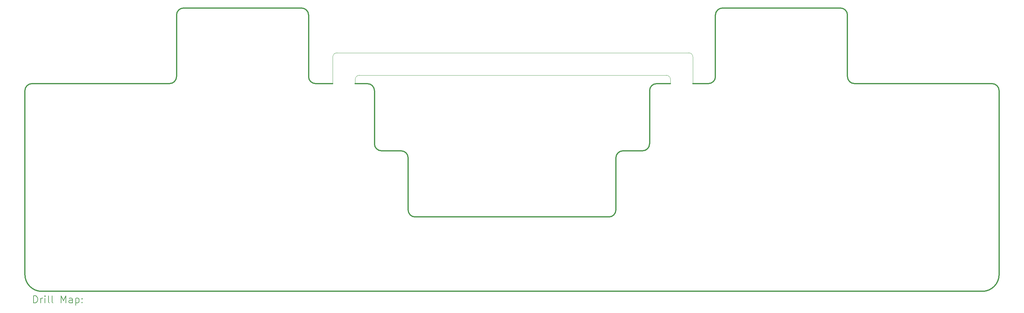
<source format=gbr>
%TF.GenerationSoftware,KiCad,Pcbnew,8.0.5*%
%TF.CreationDate,2024-09-18T07:38:00+09:00*%
%TF.ProjectId,SandyLP_Plate_Base,53616e64-794c-4505-9f50-6c6174655f42,v.0*%
%TF.SameCoordinates,Original*%
%TF.FileFunction,Drillmap*%
%TF.FilePolarity,Positive*%
%FSLAX45Y45*%
G04 Gerber Fmt 4.5, Leading zero omitted, Abs format (unit mm)*
G04 Created by KiCad (PCBNEW 8.0.5) date 2024-09-18 07:38:00*
%MOMM*%
%LPD*%
G01*
G04 APERTURE LIST*
%ADD10C,0.300000*%
%ADD11C,0.120000*%
%ADD12C,0.100000*%
%ADD13C,0.200000*%
G04 APERTURE END LIST*
D10*
X2223485Y-11009403D02*
X2223485Y-5797528D01*
X2423485Y-5597528D02*
X6310984Y-5597528D01*
X6510984Y-3654403D02*
X6510984Y-5397528D01*
X6710984Y-3454403D02*
X10044735Y-3454403D01*
X10244735Y-3654403D02*
X10244735Y-5397528D01*
X10444735Y-5597528D02*
X10928790Y-5597528D01*
D11*
X10928790Y-4843466D02*
X10928790Y-5597528D01*
X11563790Y-5478466D02*
X11563790Y-5597528D01*
D10*
X11563790Y-5597528D02*
X11906922Y-5597528D01*
D11*
X11682852Y-5359403D02*
X20358492Y-5359403D01*
D10*
X12106922Y-5797528D02*
X12106922Y-7302528D01*
X12306922Y-7502528D02*
X12859422Y-7502528D01*
X13059422Y-7702528D02*
X13059422Y-9177532D01*
X18735047Y-9377532D02*
X13259422Y-9377532D01*
X18935047Y-7702528D02*
X18935047Y-9177532D01*
X19687547Y-7502528D02*
X19135047Y-7502528D01*
X19887547Y-5797528D02*
X19887547Y-7302528D01*
D11*
X20477555Y-5478466D02*
X20477555Y-5597528D01*
D10*
X20477555Y-5597528D02*
X20087547Y-5597528D01*
D11*
X20993492Y-4724403D02*
X11047852Y-4724403D01*
D12*
X21112555Y-5597528D02*
X21112555Y-4843466D01*
D10*
X21549735Y-5597528D02*
X21112555Y-5597528D01*
X21749735Y-3654403D02*
X21749735Y-5397528D01*
X25283484Y-3454403D02*
X21949735Y-3454403D01*
X25483484Y-3654403D02*
X25483484Y-5397528D01*
X29294734Y-11485653D02*
X2699735Y-11485653D01*
X29570984Y-5597528D02*
X25683484Y-5597528D01*
X29770984Y-5797528D02*
X29770984Y-11009403D01*
X2223485Y-5797528D02*
G75*
G02*
X2423485Y-5597528I200000J0D01*
G01*
X2699735Y-11485653D02*
G75*
G02*
X2223485Y-11009403I-1J476249D01*
G01*
X6510984Y-3654403D02*
G75*
G02*
X6710984Y-3454402I200000J1D01*
G01*
X6510984Y-5397528D02*
G75*
G02*
X6310984Y-5597528I-200000J0D01*
G01*
X10044735Y-3454403D02*
G75*
G02*
X10244734Y-3654403I10J-199989D01*
G01*
X10444735Y-5597528D02*
G75*
G02*
X10244729Y-5397528I0J200006D01*
G01*
D11*
X10928790Y-4843466D02*
G75*
G02*
X11047852Y-4724407I119045J14D01*
G01*
X11563790Y-5478466D02*
G75*
G02*
X11682852Y-5359407I119045J14D01*
G01*
D10*
X11906922Y-5597528D02*
G75*
G02*
X12106918Y-5797528I3J-199994D01*
G01*
X12306922Y-7502528D02*
G75*
G02*
X12106918Y-7302528I3J200006D01*
G01*
X12859422Y-7502528D02*
G75*
G02*
X13059418Y-7702528I3J-199994D01*
G01*
X13259422Y-9377532D02*
G75*
G02*
X13059424Y-9177532I3J200000D01*
G01*
X18935047Y-7702528D02*
G75*
G02*
X19135047Y-7502524I200008J-4D01*
G01*
X18935047Y-9177532D02*
G75*
G02*
X18735047Y-9377535I-200003J0D01*
G01*
X19887547Y-5797528D02*
G75*
G02*
X20087547Y-5597524I200008J-4D01*
G01*
X19887547Y-7302528D02*
G75*
G02*
X19687547Y-7502524I-199993J-4D01*
G01*
D11*
X20358492Y-5359403D02*
G75*
G02*
X20477554Y-5478466I-8J-119069D01*
G01*
X20993492Y-4724403D02*
G75*
G02*
X21112554Y-4843466I2J-119059D01*
G01*
D10*
X21749735Y-3654403D02*
G75*
G02*
X21949735Y-3454402I200010J-9D01*
G01*
X21749735Y-5397528D02*
G75*
G02*
X21549735Y-5597522I-199990J-4D01*
G01*
X25283484Y-3454403D02*
G75*
G02*
X25483483Y-3654403I0J-199999D01*
G01*
X25683484Y-5597528D02*
G75*
G02*
X25483488Y-5397528I0J199996D01*
G01*
X29570984Y-5597528D02*
G75*
G02*
X29770978Y-5797528I0J-199994D01*
G01*
X29770984Y-11009403D02*
G75*
G02*
X29294734Y-11485652I-476250J1D01*
G01*
D13*
X2469261Y-11812137D02*
X2469261Y-11612137D01*
X2469261Y-11612137D02*
X2516880Y-11612137D01*
X2516880Y-11612137D02*
X2545452Y-11621661D01*
X2545452Y-11621661D02*
X2564499Y-11640708D01*
X2564499Y-11640708D02*
X2574023Y-11659756D01*
X2574023Y-11659756D02*
X2583547Y-11697851D01*
X2583547Y-11697851D02*
X2583547Y-11726422D01*
X2583547Y-11726422D02*
X2574023Y-11764518D01*
X2574023Y-11764518D02*
X2564499Y-11783565D01*
X2564499Y-11783565D02*
X2545452Y-11802613D01*
X2545452Y-11802613D02*
X2516880Y-11812137D01*
X2516880Y-11812137D02*
X2469261Y-11812137D01*
X2669261Y-11812137D02*
X2669261Y-11678803D01*
X2669261Y-11716899D02*
X2678785Y-11697851D01*
X2678785Y-11697851D02*
X2688309Y-11688327D01*
X2688309Y-11688327D02*
X2707357Y-11678803D01*
X2707357Y-11678803D02*
X2726404Y-11678803D01*
X2793071Y-11812137D02*
X2793071Y-11678803D01*
X2793071Y-11612137D02*
X2783547Y-11621661D01*
X2783547Y-11621661D02*
X2793071Y-11631184D01*
X2793071Y-11631184D02*
X2802595Y-11621661D01*
X2802595Y-11621661D02*
X2793071Y-11612137D01*
X2793071Y-11612137D02*
X2793071Y-11631184D01*
X2916880Y-11812137D02*
X2897833Y-11802613D01*
X2897833Y-11802613D02*
X2888309Y-11783565D01*
X2888309Y-11783565D02*
X2888309Y-11612137D01*
X3021642Y-11812137D02*
X3002595Y-11802613D01*
X3002595Y-11802613D02*
X2993071Y-11783565D01*
X2993071Y-11783565D02*
X2993071Y-11612137D01*
X3250214Y-11812137D02*
X3250214Y-11612137D01*
X3250214Y-11612137D02*
X3316880Y-11754994D01*
X3316880Y-11754994D02*
X3383547Y-11612137D01*
X3383547Y-11612137D02*
X3383547Y-11812137D01*
X3564499Y-11812137D02*
X3564499Y-11707375D01*
X3564499Y-11707375D02*
X3554976Y-11688327D01*
X3554976Y-11688327D02*
X3535928Y-11678803D01*
X3535928Y-11678803D02*
X3497833Y-11678803D01*
X3497833Y-11678803D02*
X3478785Y-11688327D01*
X3564499Y-11802613D02*
X3545452Y-11812137D01*
X3545452Y-11812137D02*
X3497833Y-11812137D01*
X3497833Y-11812137D02*
X3478785Y-11802613D01*
X3478785Y-11802613D02*
X3469261Y-11783565D01*
X3469261Y-11783565D02*
X3469261Y-11764518D01*
X3469261Y-11764518D02*
X3478785Y-11745470D01*
X3478785Y-11745470D02*
X3497833Y-11735946D01*
X3497833Y-11735946D02*
X3545452Y-11735946D01*
X3545452Y-11735946D02*
X3564499Y-11726422D01*
X3659737Y-11678803D02*
X3659737Y-11878803D01*
X3659737Y-11688327D02*
X3678785Y-11678803D01*
X3678785Y-11678803D02*
X3716880Y-11678803D01*
X3716880Y-11678803D02*
X3735928Y-11688327D01*
X3735928Y-11688327D02*
X3745452Y-11697851D01*
X3745452Y-11697851D02*
X3754976Y-11716899D01*
X3754976Y-11716899D02*
X3754976Y-11774041D01*
X3754976Y-11774041D02*
X3745452Y-11793089D01*
X3745452Y-11793089D02*
X3735928Y-11802613D01*
X3735928Y-11802613D02*
X3716880Y-11812137D01*
X3716880Y-11812137D02*
X3678785Y-11812137D01*
X3678785Y-11812137D02*
X3659737Y-11802613D01*
X3840690Y-11793089D02*
X3850214Y-11802613D01*
X3850214Y-11802613D02*
X3840690Y-11812137D01*
X3840690Y-11812137D02*
X3831166Y-11802613D01*
X3831166Y-11802613D02*
X3840690Y-11793089D01*
X3840690Y-11793089D02*
X3840690Y-11812137D01*
X3840690Y-11688327D02*
X3850214Y-11697851D01*
X3850214Y-11697851D02*
X3840690Y-11707375D01*
X3840690Y-11707375D02*
X3831166Y-11697851D01*
X3831166Y-11697851D02*
X3840690Y-11688327D01*
X3840690Y-11688327D02*
X3840690Y-11707375D01*
M02*

</source>
